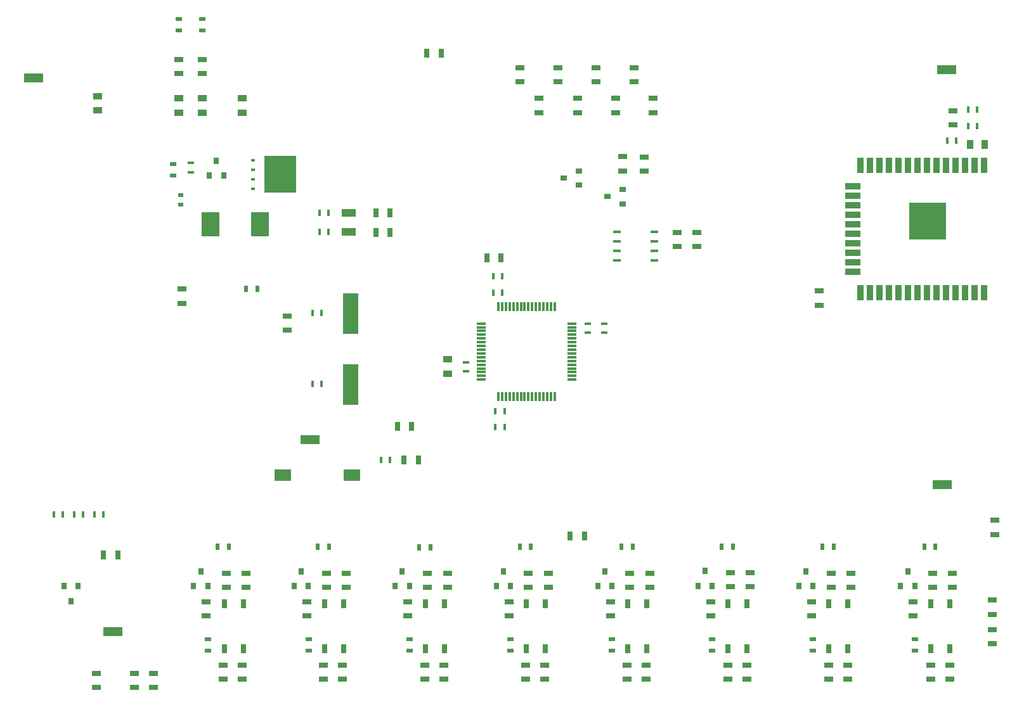
<source format=gtp>
G04*
G04 #@! TF.GenerationSoftware,Altium Limited,CircuitStudio,1.5.2 (1.5.2.30)*
G04*
G04 Layer_Color=8421504*
%FSLAX25Y25*%
%MOIN*%
G70*
G01*
G75*
%ADD10R,0.09843X0.04724*%
%ADD11R,0.01575X0.03543*%
%ADD12R,0.05118X0.03543*%
%ADD15R,0.03543X0.03150*%
%ADD16R,0.02756X0.05118*%
%ADD17R,0.05118X0.02756*%
%ADD18R,0.02362X0.03543*%
%ADD19R,0.19685X0.19685*%
%ADD20R,0.07874X0.03543*%
%ADD21R,0.03543X0.07874*%
%ADD22R,0.03150X0.04724*%
%ADD23R,0.04724X0.01181*%
%ADD24R,0.01181X0.04724*%
%ADD25R,0.07480X0.04331*%
%ADD26R,0.04331X0.01575*%
%ADD27R,0.08622X0.06299*%
%ADD28R,0.03150X0.03543*%
%ADD29R,0.03543X0.01575*%
%ADD30R,0.03150X0.01969*%
%ADD31R,0.09449X0.12992*%
%ADD32R,0.03543X0.02362*%
%ADD33R,0.16811X0.19291*%
%ADD34R,0.02402X0.01614*%
%ADD35R,0.03543X0.05118*%
%ADD36R,0.07874X0.21654*%
D10*
X163386Y164961D02*
D03*
X495669Y141339D02*
D03*
X59842Y64173D02*
D03*
X498032Y359842D02*
D03*
X18110Y355512D02*
D03*
D11*
X498425Y322441D02*
D03*
X503150D02*
D03*
X33268Y125591D02*
D03*
X28543D02*
D03*
X39370D02*
D03*
X44094D02*
D03*
X54724D02*
D03*
X50000D02*
D03*
X265551Y171850D02*
D03*
X260827D02*
D03*
X265551Y180118D02*
D03*
X260827D02*
D03*
X259646Y242520D02*
D03*
X264370D02*
D03*
X259646Y250984D02*
D03*
X264370D02*
D03*
X169291Y194488D02*
D03*
X164567D02*
D03*
X169291Y231890D02*
D03*
X164567D02*
D03*
X200787Y154528D02*
D03*
X205512D02*
D03*
X173031Y274409D02*
D03*
X168307D02*
D03*
X173031Y284252D02*
D03*
X168307D02*
D03*
X509449Y329921D02*
D03*
X514173D02*
D03*
X509449Y338779D02*
D03*
X514173D02*
D03*
D12*
X127559Y344685D02*
D03*
Y337205D02*
D03*
X51575Y345866D02*
D03*
Y338386D02*
D03*
X94488Y344685D02*
D03*
Y337205D02*
D03*
X106693Y344685D02*
D03*
Y337205D02*
D03*
X235827Y207283D02*
D03*
Y199803D02*
D03*
D15*
X296850Y302756D02*
D03*
X304724Y306496D02*
D03*
Y299016D02*
D03*
X319685Y292913D02*
D03*
X327559Y296654D02*
D03*
Y289173D02*
D03*
D16*
X54724Y104528D02*
D03*
X62205D02*
D03*
X224803Y368504D02*
D03*
X232283D02*
D03*
X212795Y154527D02*
D03*
X220276D02*
D03*
X263779Y260630D02*
D03*
X256299D02*
D03*
X198031Y274213D02*
D03*
X205512D02*
D03*
X198031Y284252D02*
D03*
X205512D02*
D03*
X300197Y114567D02*
D03*
X307677D02*
D03*
X216732Y172047D02*
D03*
X209252D02*
D03*
D17*
X151378Y222638D02*
D03*
Y230118D02*
D03*
X447638Y87402D02*
D03*
Y94882D02*
D03*
X501181Y87402D02*
D03*
Y94882D02*
D03*
X437205Y87402D02*
D03*
Y94882D02*
D03*
X490748Y87402D02*
D03*
Y94882D02*
D03*
X341929Y87402D02*
D03*
Y94882D02*
D03*
X394685Y87598D02*
D03*
Y95079D02*
D03*
X331496Y87402D02*
D03*
Y94882D02*
D03*
X384252Y87598D02*
D03*
Y95079D02*
D03*
X235630Y87402D02*
D03*
Y94882D02*
D03*
X288583Y87402D02*
D03*
Y94882D02*
D03*
X225197Y87402D02*
D03*
Y94882D02*
D03*
X278150Y87402D02*
D03*
Y94882D02*
D03*
X129724Y87402D02*
D03*
Y94882D02*
D03*
X182480Y87402D02*
D03*
Y94882D02*
D03*
X119291Y87402D02*
D03*
Y94882D02*
D03*
X172047Y87402D02*
D03*
Y94882D02*
D03*
X523228Y122638D02*
D03*
Y115157D02*
D03*
X94488Y357677D02*
D03*
Y365158D02*
D03*
X106693Y357677D02*
D03*
Y365158D02*
D03*
X51181Y42126D02*
D03*
Y34646D02*
D03*
X71063Y42126D02*
D03*
Y34646D02*
D03*
X81102Y42126D02*
D03*
Y34646D02*
D03*
X356299Y274213D02*
D03*
Y266732D02*
D03*
X366732Y274213D02*
D03*
Y266732D02*
D03*
X117717Y38976D02*
D03*
Y46457D02*
D03*
X127756Y38976D02*
D03*
Y46457D02*
D03*
X180512Y38976D02*
D03*
Y46457D02*
D03*
X233661Y38976D02*
D03*
Y46457D02*
D03*
X286614Y38976D02*
D03*
Y46457D02*
D03*
X340158Y38976D02*
D03*
Y46457D02*
D03*
X393110Y38976D02*
D03*
Y46457D02*
D03*
X446063Y38976D02*
D03*
Y46457D02*
D03*
X499606Y38976D02*
D03*
Y46457D02*
D03*
X170472Y38976D02*
D03*
Y46457D02*
D03*
X223622Y38976D02*
D03*
Y46457D02*
D03*
X276575Y38976D02*
D03*
Y46457D02*
D03*
X330118Y38976D02*
D03*
Y46457D02*
D03*
X383071Y38976D02*
D03*
Y46457D02*
D03*
X436024Y38976D02*
D03*
Y46457D02*
D03*
X489567Y38976D02*
D03*
Y46457D02*
D03*
X108858Y79724D02*
D03*
Y72244D02*
D03*
X161811Y79724D02*
D03*
Y72244D02*
D03*
X214764Y79724D02*
D03*
Y72244D02*
D03*
X267913Y79724D02*
D03*
Y72244D02*
D03*
X321260Y79724D02*
D03*
Y72244D02*
D03*
X374016Y79724D02*
D03*
Y72244D02*
D03*
X426968Y79724D02*
D03*
Y72244D02*
D03*
X480512Y79724D02*
D03*
Y72244D02*
D03*
X522047Y73228D02*
D03*
Y80709D02*
D03*
Y57677D02*
D03*
Y65158D02*
D03*
X501378Y338189D02*
D03*
Y330709D02*
D03*
X431102Y235827D02*
D03*
Y243307D02*
D03*
X338976Y306299D02*
D03*
Y313779D02*
D03*
X327559Y306496D02*
D03*
Y313976D02*
D03*
X96063Y244291D02*
D03*
Y236811D02*
D03*
X343701Y337205D02*
D03*
Y344685D02*
D03*
X333858Y353346D02*
D03*
Y360827D02*
D03*
X324016Y337205D02*
D03*
Y344685D02*
D03*
X313779Y353346D02*
D03*
Y360827D02*
D03*
X283858Y337205D02*
D03*
Y344685D02*
D03*
X273622Y353346D02*
D03*
Y360827D02*
D03*
X293701Y353346D02*
D03*
Y360827D02*
D03*
X303937Y337205D02*
D03*
Y344685D02*
D03*
D18*
X129724Y244291D02*
D03*
X135630D02*
D03*
X432677Y108661D02*
D03*
X438583D02*
D03*
X486221D02*
D03*
X492126D02*
D03*
X326969D02*
D03*
X332874D02*
D03*
X220669Y108465D02*
D03*
X226575D02*
D03*
X273622Y108661D02*
D03*
X279528D02*
D03*
X114764D02*
D03*
X120669D02*
D03*
X167520D02*
D03*
X173425D02*
D03*
X379724D02*
D03*
X385630D02*
D03*
D19*
X488189Y279921D02*
D03*
D20*
X448779Y268484D02*
D03*
Y263484D02*
D03*
X448740Y258484D02*
D03*
X448779Y253484D02*
D03*
Y273484D02*
D03*
Y278484D02*
D03*
Y283484D02*
D03*
Y288484D02*
D03*
Y293484D02*
D03*
Y298484D02*
D03*
D21*
X452716Y242520D02*
D03*
X457717D02*
D03*
X462716D02*
D03*
X467717D02*
D03*
X472717D02*
D03*
X477716D02*
D03*
X482717D02*
D03*
X487716D02*
D03*
X492717D02*
D03*
X497717D02*
D03*
X502716D02*
D03*
X507717D02*
D03*
X512716D02*
D03*
X517717D02*
D03*
X452716Y309449D02*
D03*
X457717D02*
D03*
X462716D02*
D03*
X467717D02*
D03*
X472717D02*
D03*
X477716D02*
D03*
X482717D02*
D03*
X487716D02*
D03*
X492717D02*
D03*
X497717D02*
D03*
X502716D02*
D03*
X507717D02*
D03*
X512716D02*
D03*
X517717D02*
D03*
D22*
X489685Y55118D02*
D03*
X499685D02*
D03*
X489685Y78740D02*
D03*
X499685D02*
D03*
X446142D02*
D03*
X436142D02*
D03*
X446142Y55118D02*
D03*
X436142D02*
D03*
X383189D02*
D03*
X393189D02*
D03*
X383189Y78740D02*
D03*
X393189D02*
D03*
X340433D02*
D03*
X330433D02*
D03*
X340433Y55118D02*
D03*
X330433D02*
D03*
X277087D02*
D03*
X287087D02*
D03*
X277087Y78740D02*
D03*
X287087D02*
D03*
X233937D02*
D03*
X223937D02*
D03*
X233937Y55118D02*
D03*
X223937D02*
D03*
X170984D02*
D03*
X180984D02*
D03*
X170984Y78740D02*
D03*
X180984D02*
D03*
X128228D02*
D03*
X118228D02*
D03*
X128228Y55118D02*
D03*
X118228D02*
D03*
D23*
X253346Y226181D02*
D03*
Y224213D02*
D03*
Y222244D02*
D03*
Y220276D02*
D03*
Y218307D02*
D03*
Y216338D02*
D03*
Y214370D02*
D03*
Y212402D02*
D03*
Y210433D02*
D03*
Y208465D02*
D03*
Y206496D02*
D03*
Y204527D02*
D03*
Y202559D02*
D03*
Y200591D02*
D03*
Y198622D02*
D03*
Y196653D02*
D03*
X300984D02*
D03*
Y198622D02*
D03*
Y200591D02*
D03*
Y202559D02*
D03*
Y204527D02*
D03*
Y206496D02*
D03*
Y208465D02*
D03*
Y210433D02*
D03*
Y212402D02*
D03*
Y214370D02*
D03*
Y216338D02*
D03*
Y218307D02*
D03*
Y220276D02*
D03*
Y222244D02*
D03*
Y224213D02*
D03*
Y226181D02*
D03*
D24*
X262402Y187598D02*
D03*
X264370D02*
D03*
X266339D02*
D03*
X268307D02*
D03*
X270276D02*
D03*
X272244D02*
D03*
X274213D02*
D03*
X276181D02*
D03*
X278150D02*
D03*
X280118D02*
D03*
X282087D02*
D03*
X284055D02*
D03*
X286024D02*
D03*
X287992D02*
D03*
X289961D02*
D03*
X291929D02*
D03*
Y235236D02*
D03*
X289961D02*
D03*
X287992D02*
D03*
X286024D02*
D03*
X284055D02*
D03*
X282087D02*
D03*
X280118D02*
D03*
X278150D02*
D03*
X276181D02*
D03*
X274213D02*
D03*
X272244D02*
D03*
X270276D02*
D03*
X268307D02*
D03*
X266339D02*
D03*
X264370D02*
D03*
X262402D02*
D03*
D25*
X183858Y284252D02*
D03*
Y274409D02*
D03*
D26*
X324803Y274429D02*
D03*
Y269429D02*
D03*
Y264429D02*
D03*
Y259429D02*
D03*
X344488Y274429D02*
D03*
Y269429D02*
D03*
Y264429D02*
D03*
Y259429D02*
D03*
D27*
X149035Y146260D02*
D03*
X185216D02*
D03*
D28*
X420276Y87992D02*
D03*
X427756D02*
D03*
X424016Y95866D02*
D03*
X473819Y87992D02*
D03*
X481299D02*
D03*
X477559Y95866D02*
D03*
X314567Y87992D02*
D03*
X322047D02*
D03*
X318307Y95866D02*
D03*
X367323Y88189D02*
D03*
X374803D02*
D03*
X371063Y96063D02*
D03*
X208071Y87992D02*
D03*
X215551D02*
D03*
X211811Y95866D02*
D03*
X261221Y87992D02*
D03*
X268701D02*
D03*
X264961Y95866D02*
D03*
X102165Y87992D02*
D03*
X109646D02*
D03*
X105905Y95866D02*
D03*
X154921Y87992D02*
D03*
X162402D02*
D03*
X158661Y95866D02*
D03*
X110433Y303937D02*
D03*
X117913D02*
D03*
X114173Y311811D02*
D03*
X41535Y87992D02*
D03*
X34055D02*
D03*
X37795Y80118D02*
D03*
D29*
X100787Y305906D02*
D03*
Y310630D02*
D03*
X309449Y226181D02*
D03*
Y221457D02*
D03*
X317913Y226181D02*
D03*
Y221457D02*
D03*
X245472Y201181D02*
D03*
Y205906D02*
D03*
D30*
X95276Y288878D02*
D03*
Y293799D02*
D03*
D31*
X111024Y278346D02*
D03*
X137008D02*
D03*
D32*
X91339Y304134D02*
D03*
Y310039D02*
D03*
X94488Y386417D02*
D03*
Y380512D02*
D03*
X106693Y386417D02*
D03*
Y380512D02*
D03*
X109646Y54134D02*
D03*
Y60039D02*
D03*
X162598Y54134D02*
D03*
Y60039D02*
D03*
X215551Y54134D02*
D03*
Y60039D02*
D03*
X268701Y54134D02*
D03*
Y60039D02*
D03*
X322047Y54134D02*
D03*
Y60039D02*
D03*
X374803Y54134D02*
D03*
Y60039D02*
D03*
X427756Y54134D02*
D03*
Y60039D02*
D03*
X481299Y54134D02*
D03*
Y60039D02*
D03*
D33*
X147854Y304744D02*
D03*
D34*
X133248Y297224D02*
D03*
Y312224D02*
D03*
Y307224D02*
D03*
Y302224D02*
D03*
D35*
X517913Y320276D02*
D03*
X510433D02*
D03*
D36*
X184646Y194095D02*
D03*
Y231496D02*
D03*
M02*

</source>
